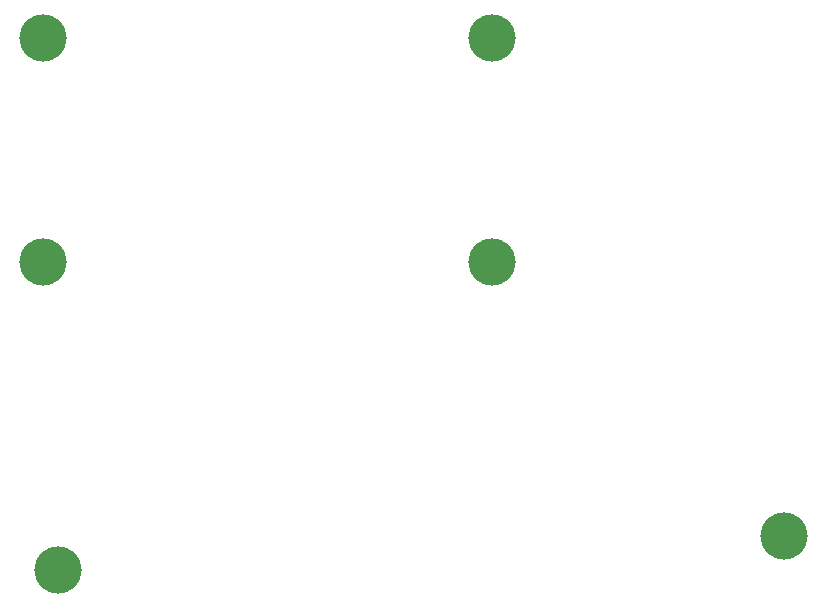
<source format=gbr>
%TF.GenerationSoftware,KiCad,Pcbnew,7.0.2-0*%
%TF.CreationDate,2024-02-18T22:39:56+01:00*%
%TF.ProjectId,defiant-plate,64656669-616e-4742-9d70-6c6174652e6b,v0.1*%
%TF.SameCoordinates,Original*%
%TF.FileFunction,Copper,L2,Bot*%
%TF.FilePolarity,Positive*%
%FSLAX46Y46*%
G04 Gerber Fmt 4.6, Leading zero omitted, Abs format (unit mm)*
G04 Created by KiCad (PCBNEW 7.0.2-0) date 2024-02-18 22:39:56*
%MOMM*%
%LPD*%
G01*
G04 APERTURE LIST*
%TA.AperFunction,ComponentPad*%
%ADD10C,4.000000*%
%TD*%
G04 APERTURE END LIST*
D10*
%TO.P,REF\u002A\u002A,1*%
%TO.N,N/C*%
X118494251Y-90563323D03*
%TD*%
%TO.P,,1*%
%TO.N,N/C*%
X181220000Y-113710000D03*
%TD*%
%TO.P,,1*%
%TO.N,N/C*%
X119704251Y-116603323D03*
%TD*%
%TO.P,REF\u002A\u002A,1*%
%TO.N,N/C*%
X156494251Y-71553323D03*
%TD*%
%TO.P,REF\u002A\u002A,1*%
%TO.N,N/C*%
X118494251Y-71553323D03*
%TD*%
%TO.P,REF\u002A\u002A,1*%
%TO.N,N/C*%
X156494251Y-90563323D03*
%TD*%
M02*

</source>
